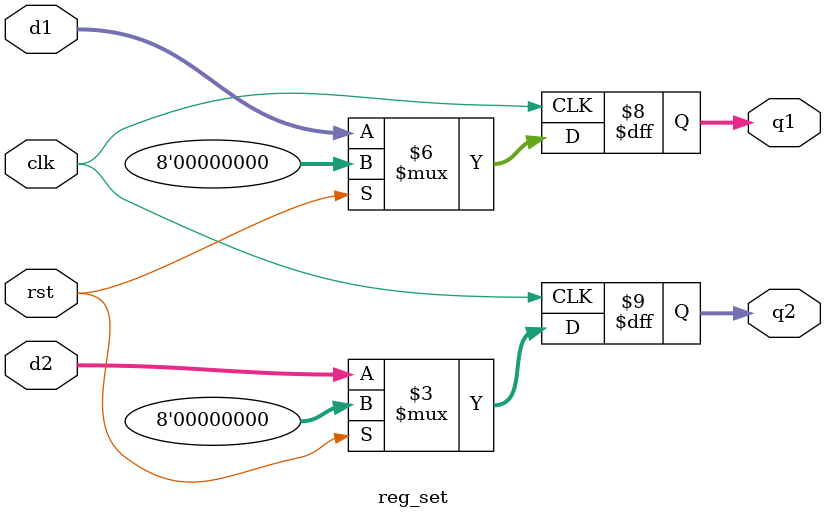
<source format=v>
/***********************************************************
File Name:	reg_set.v
Author: 	Kevan Thompson
Date:		March 24, 2024
Description: A set of 2, 8 bit registers

***********************************************************/
module reg_set(
    input clk,
    input rst,
    input [7:0] d1,
    input [7:0] d2,
    output reg [7:0] q1,
    output reg [7:0] q2
);

always@(posedge clk) 
    if(rst) begin 
        q1 <= 0;
        q2 <= 0;
    end
    else begin
        q1 <= d1;
        q2 <= d2;
    end
endmodule
</source>
